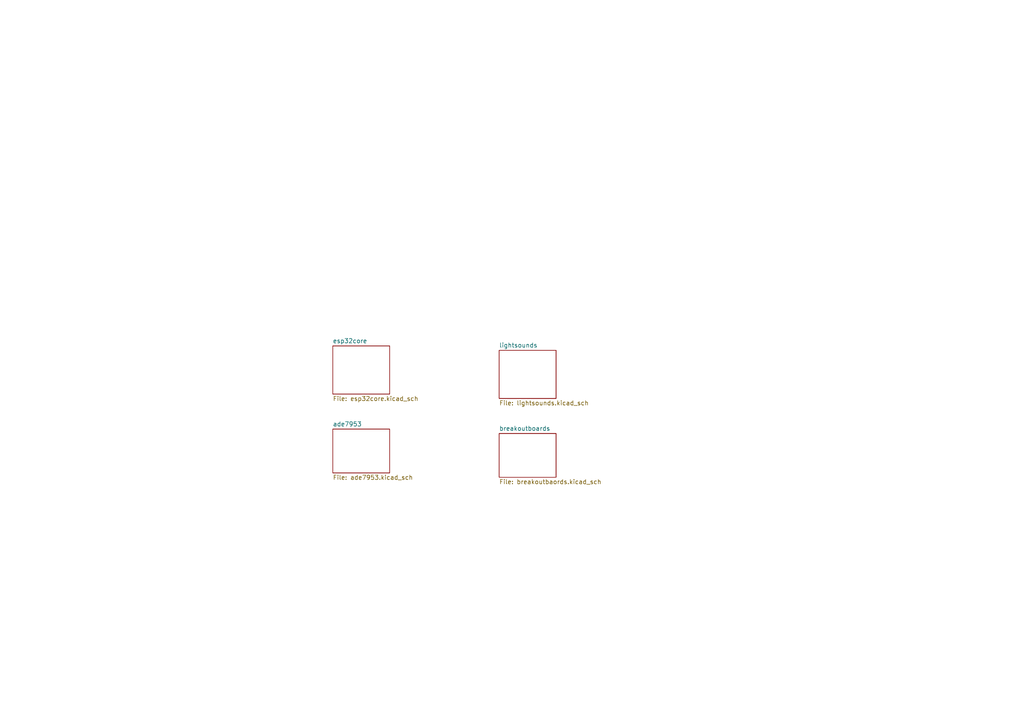
<source format=kicad_sch>
(kicad_sch (version 20211123) (generator eeschema)

  (uuid 5bb54eab-2962-4397-a18e-c5fdb30ff9d0)

  (paper "A4")

  (lib_symbols
  )


  (sheet (at 96.52 124.46) (size 16.51 12.7) (fields_autoplaced)
    (stroke (width 0.1524) (type solid) (color 0 0 0 0))
    (fill (color 0 0 0 0.0000))
    (uuid 03adfa84-7245-4a0a-b28d-db7d09a8f743)
    (property "Sheet name" "ade7953" (id 0) (at 96.52 123.7484 0)
      (effects (font (size 1.27 1.27)) (justify left bottom))
    )
    (property "Sheet file" "ade7953.kicad_sch" (id 1) (at 96.52 137.7446 0)
      (effects (font (size 1.27 1.27)) (justify left top))
    )
  )

  (sheet (at 96.52 100.33) (size 16.51 13.97) (fields_autoplaced)
    (stroke (width 0.1524) (type solid) (color 0 0 0 0))
    (fill (color 0 0 0 0.0000))
    (uuid 72caadd5-963d-408a-b010-ddf83ca901da)
    (property "Sheet name" "esp32core" (id 0) (at 96.52 99.6184 0)
      (effects (font (size 1.27 1.27)) (justify left bottom))
    )
    (property "Sheet file" "esp32core.kicad_sch" (id 1) (at 96.52 114.8846 0)
      (effects (font (size 1.27 1.27)) (justify left top))
    )
  )

  (sheet (at 144.78 125.73) (size 16.51 12.7) (fields_autoplaced)
    (stroke (width 0.1524) (type solid) (color 0 0 0 0))
    (fill (color 0 0 0 0.0000))
    (uuid 76df30f3-bf0f-4a81-9e12-488966ab08bf)
    (property "Sheet name" "breakoutboards" (id 0) (at 144.78 125.0184 0)
      (effects (font (size 1.27 1.27)) (justify left bottom))
    )
    (property "Sheet file" "breakoutbaords.kicad_sch" (id 1) (at 144.78 139.0146 0)
      (effects (font (size 1.27 1.27)) (justify left top))
    )
  )

  (sheet (at 144.78 101.6) (size 16.51 13.97) (fields_autoplaced)
    (stroke (width 0.1524) (type solid) (color 0 0 0 0))
    (fill (color 0 0 0 0.0000))
    (uuid cdc711b4-3986-4d05-ace8-22e18ebb4f7d)
    (property "Sheet name" "lightsounds" (id 0) (at 144.78 100.8884 0)
      (effects (font (size 1.27 1.27)) (justify left bottom))
    )
    (property "Sheet file" "lightsounds.kicad_sch" (id 1) (at 144.78 116.1546 0)
      (effects (font (size 1.27 1.27)) (justify left top))
    )
  )
)

</source>
